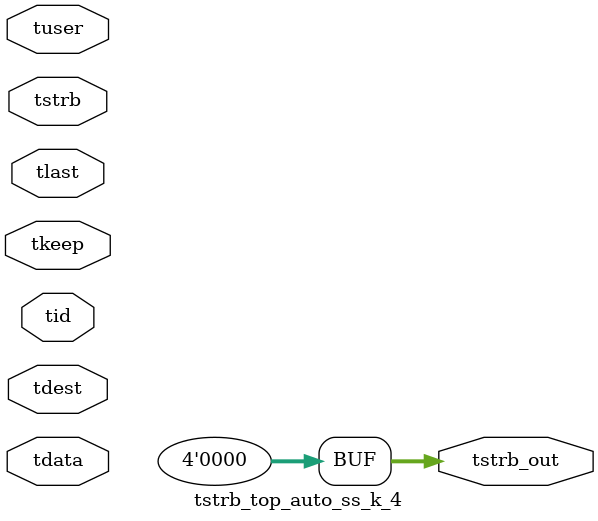
<source format=v>


`timescale 1ps/1ps

module tstrb_top_auto_ss_k_4 #
(
parameter C_S_AXIS_TDATA_WIDTH = 32,
parameter C_S_AXIS_TUSER_WIDTH = 0,
parameter C_S_AXIS_TID_WIDTH   = 0,
parameter C_S_AXIS_TDEST_WIDTH = 0,
parameter C_M_AXIS_TDATA_WIDTH = 32
)
(
input  [(C_S_AXIS_TDATA_WIDTH == 0 ? 1 : C_S_AXIS_TDATA_WIDTH)-1:0     ] tdata,
input  [(C_S_AXIS_TUSER_WIDTH == 0 ? 1 : C_S_AXIS_TUSER_WIDTH)-1:0     ] tuser,
input  [(C_S_AXIS_TID_WIDTH   == 0 ? 1 : C_S_AXIS_TID_WIDTH)-1:0       ] tid,
input  [(C_S_AXIS_TDEST_WIDTH == 0 ? 1 : C_S_AXIS_TDEST_WIDTH)-1:0     ] tdest,
input  [(C_S_AXIS_TDATA_WIDTH/8)-1:0 ] tkeep,
input  [(C_S_AXIS_TDATA_WIDTH/8)-1:0 ] tstrb,
input                                                                    tlast,
output [(C_M_AXIS_TDATA_WIDTH/8)-1:0 ] tstrb_out
);

assign tstrb_out = {1'b0};

endmodule


</source>
